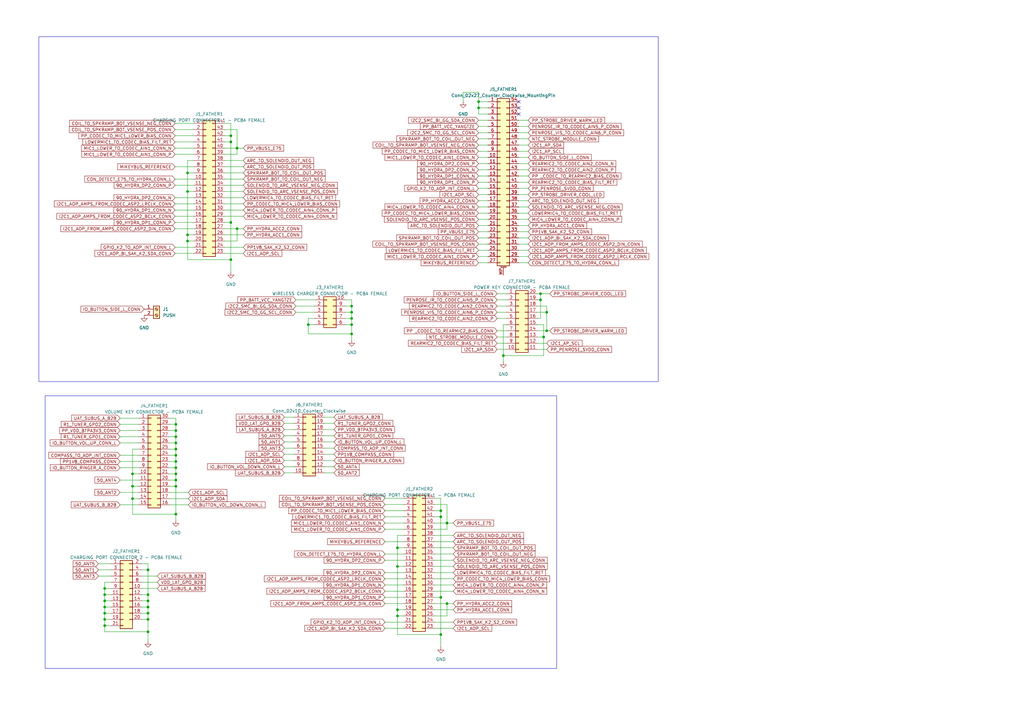
<source format=kicad_sch>
(kicad_sch (version 20230121) (generator eeschema)
  (paper "A3")
  (junction (at 206.4512 145.8468))
  (junction (at 76.9112 96.3168))
  (junction (at 163.0172 252.6284))
  (junction (at 54.356 199.4408))
  (junction (at 76.9112 78.5368))
  (junction (at 60.706 246.4308))
  (junction (at 72.136 176.5808))
  (junction (at 60.706 254.0508))
  (junction (at 72.136 210.8708))
  (junction (at 72.136 174.0408))
  (junction (at 72.136 194.3608))
  (junction (at 54.356 204.5208))
  (junction (at 221.6912 120.4468))
  (junction (at 126.4412 133.1468))
  (junction (at 144.2212 125.5268))
  (junction (at 54.356 194.3608))
  (junction (at 72.136 179.1208))
  (junction (at 72.136 186.7408))
  (junction (at 72.136 181.6608))
  (junction (at 42.926 241.3508))
  (junction (at 42.926 248.9708))
  (junction (at 60.706 233.7308))
  (junction (at 72.136 199.4408))
  (junction (at 60.706 259.1308))
  (junction (at 221.6912 122.9868))
  (junction (at 94.6912 58.2168))
  (junction (at 42.926 254.0508))
  (junction (at 60.706 243.8908))
  (junction (at 94.6912 106.4768))
  (junction (at 42.926 243.8908))
  (junction (at 42.926 246.4308))
  (junction (at 72.136 184.2008))
  (junction (at 72.136 189.2808))
  (junction (at 180.7972 209.4484))
  (junction (at 60.706 248.9708))
  (junction (at 163.0172 250.0884))
  (junction (at 144.2212 128.0668))
  (junction (at 76.9112 98.8568))
  (junction (at 222.9612 138.2268))
  (junction (at 163.0172 224.6884))
  (junction (at 97.2312 60.7568))
  (junction (at 163.0172 232.3084))
  (junction (at 183.3372 247.5484))
  (junction (at 196.2912 44.2468))
  (junction (at 60.706 251.5108))
  (junction (at 224.2312 135.6868))
  (junction (at 196.2912 41.7068))
  (junction (at 180.7972 245.0084))
  (junction (at 94.6912 55.6768))
  (junction (at 72.136 196.9008))
  (junction (at 144.2212 133.1468))
  (junction (at 97.2312 93.7768))
  (junction (at 180.7972 211.9884))
  (junction (at 183.3372 214.5284))
  (junction (at 72.136 191.8208))
  (junction (at 180.7972 260.2484))
  (junction (at 76.9112 70.9168))
  (junction (at 144.2212 136.9568))
  (junction (at 42.926 251.5108))
  (junction (at 144.2212 130.6068))
  (junction (at 94.6912 91.2368))
  (junction (at 42.926 256.5908))
  (junction (at 224.2312 128.0668))
  (no_connect (at 212.8012 41.7068))
  (no_connect (at 212.8012 44.2468))
  (no_connect (at 212.8012 46.7868))
  (wire (pts (xy 92.1512 75.9968) (xy 99.7712 75.9968)))
  (wire (pts (xy 92.1512 65.8368) (xy 99.7712 65.8368)))
  (wire (pts (xy 144.2212 130.6068) (xy 144.2212 133.1468)))
  (wire (pts (xy 216.6112 95.0468) (xy 212.8012 95.0468)))
  (wire (pts (xy 76.9112 70.9168) (xy 79.4512 70.9168)))
  (wire (pts (xy 92.1512 88.6968) (xy 99.7712 88.6968)))
  (wire (pts (xy 136.9568 193.9544) (xy 133.1468 193.9544)))
  (wire (pts (xy 133.1468 171.0944) (xy 136.9568 171.0944)))
  (wire (pts (xy 133.1468 178.7144) (xy 136.9568 178.7144)))
  (wire (pts (xy 92.1512 83.6168) (xy 99.7712 83.6168)))
  (wire (pts (xy 216.6112 56.9468) (xy 212.8012 56.9468)))
  (wire (pts (xy 207.7212 120.4468) (xy 203.9112 120.4468)))
  (wire (pts (xy 178.2572 211.9884) (xy 180.7972 211.9884)))
  (wire (pts (xy 71.8312 68.3768) (xy 79.4512 68.3768)))
  (wire (pts (xy 196.2912 92.5068) (xy 200.1012 92.5068)))
  (wire (pts (xy 69.596 196.9008) (xy 72.136 196.9008)))
  (wire (pts (xy 163.0172 219.6084) (xy 163.0172 224.6884)))
  (wire (pts (xy 196.2912 79.8068) (xy 200.1012 79.8068)))
  (wire (pts (xy 157.9372 211.9884) (xy 165.5572 211.9884)))
  (wire (pts (xy 116.6368 188.8744) (xy 120.4468 188.8744)))
  (wire (pts (xy 216.6112 89.9668) (xy 212.8012 89.9668)))
  (wire (pts (xy 207.7212 143.3068) (xy 203.9112 143.3068)))
  (wire (pts (xy 216.6112 100.1268) (xy 212.8012 100.1268)))
  (wire (pts (xy 42.926 251.5108) (xy 42.926 254.0508)))
  (wire (pts (xy 216.6112 84.8868) (xy 212.8012 84.8868)))
  (wire (pts (xy 216.6112 67.1068) (xy 212.8012 67.1068)))
  (wire (pts (xy 76.9112 78.5368) (xy 76.9112 96.3168)))
  (wire (pts (xy 200.1012 56.9468) (xy 196.2912 56.9468)))
  (wire (pts (xy 49.276 176.5808) (xy 56.896 176.5808)))
  (wire (pts (xy 40.386 231.1908) (xy 45.466 231.1908)))
  (wire (pts (xy 157.9372 206.9084) (xy 165.5572 206.9084)))
  (wire (pts (xy 40.386 233.7308) (xy 45.466 233.7308)))
  (wire (pts (xy 54.356 194.3608) (xy 56.896 194.3608)))
  (wire (pts (xy 69.596 174.0408) (xy 72.136 174.0408)))
  (wire (pts (xy 92.1512 96.3168) (xy 99.7712 96.3168)))
  (wire (pts (xy 71.8312 53.1368) (xy 79.4512 53.1368)))
  (wire (pts (xy 58.166 248.9708) (xy 60.706 248.9708)))
  (wire (pts (xy 157.9372 242.4684) (xy 165.5572 242.4684)))
  (wire (pts (xy 58.166 251.5108) (xy 60.706 251.5108)))
  (wire (pts (xy 71.8312 93.7768) (xy 79.4512 93.7768)))
  (wire (pts (xy 92.1512 55.6768) (xy 94.6912 55.6768)))
  (wire (pts (xy 69.596 189.2808) (xy 72.136 189.2808)))
  (wire (pts (xy 178.2572 237.3884) (xy 185.8772 237.3884)))
  (wire (pts (xy 196.2912 37.8968) (xy 189.9412 37.8968)))
  (wire (pts (xy 92.1512 63.2968) (xy 97.2312 63.2968)))
  (wire (pts (xy 76.9112 96.3168) (xy 79.4512 96.3168)))
  (wire (pts (xy 126.4412 133.1468) (xy 126.4412 136.9568)))
  (wire (pts (xy 206.4512 133.1468) (xy 206.4512 145.8468)))
  (wire (pts (xy 69.596 194.3608) (xy 72.136 194.3608)))
  (wire (pts (xy 157.9372 237.3884) (xy 165.5572 237.3884)))
  (wire (pts (xy 216.6112 92.5068) (xy 212.8012 92.5068)))
  (wire (pts (xy 71.8312 91.2368) (xy 79.4512 91.2368)))
  (wire (pts (xy 183.3372 252.6284) (xy 183.3372 247.5484)))
  (wire (pts (xy 196.2912 72.1868) (xy 200.1012 72.1868)))
  (wire (pts (xy 200.1012 67.1068) (xy 196.2912 67.1068)))
  (wire (pts (xy 165.5572 219.6084) (xy 163.0172 219.6084)))
  (wire (pts (xy 94.6912 106.4768) (xy 94.6912 111.5568)))
  (wire (pts (xy 116.6368 178.7144) (xy 120.4468 178.7144)))
  (wire (pts (xy 163.0172 252.6284) (xy 163.0172 260.2484)))
  (wire (pts (xy 178.2572 255.1684) (xy 185.8772 255.1684)))
  (wire (pts (xy 42.926 238.8108) (xy 45.466 238.8108)))
  (wire (pts (xy 178.2572 222.1484) (xy 185.8772 222.1484)))
  (wire (pts (xy 157.9372 239.9284) (xy 165.5572 239.9284)))
  (wire (pts (xy 178.2572 250.0884) (xy 185.8772 250.0884)))
  (wire (pts (xy 54.356 204.5208) (xy 54.356 210.8708)))
  (wire (pts (xy 180.7972 260.2484) (xy 180.7972 265.3284)))
  (wire (pts (xy 178.2572 206.9084) (xy 183.3372 206.9084)))
  (wire (pts (xy 69.596 199.4408) (xy 72.136 199.4408)))
  (wire (pts (xy 133.1468 173.6344) (xy 136.9568 173.6344)))
  (wire (pts (xy 60.706 254.0508) (xy 60.706 259.1308)))
  (wire (pts (xy 97.2312 60.7568) (xy 99.7712 60.7568)))
  (wire (pts (xy 200.1012 44.2468) (xy 196.2912 44.2468)))
  (wire (pts (xy 216.6112 69.6468) (xy 212.8012 69.6468)))
  (wire (pts (xy 116.6368 193.9544) (xy 120.4468 193.9544)))
  (wire (pts (xy 128.9812 122.9868) (xy 121.3612 122.9868)))
  (wire (pts (xy 92.1512 53.1368) (xy 97.2312 53.1368)))
  (wire (pts (xy 42.926 254.0508) (xy 45.466 254.0508)))
  (wire (pts (xy 92.1512 93.7768) (xy 97.2312 93.7768)))
  (wire (pts (xy 224.2312 140.7668) (xy 220.4212 140.7668)))
  (wire (pts (xy 71.8312 73.4568) (xy 79.4512 73.4568)))
  (wire (pts (xy 49.276 196.9008) (xy 56.896 196.9008)))
  (wire (pts (xy 69.596 204.5208) (xy 77.216 204.5208)))
  (wire (pts (xy 216.6112 107.7468) (xy 212.8012 107.7468)))
  (wire (pts (xy 54.356 210.8708) (xy 72.136 210.8708)))
  (wire (pts (xy 144.2212 139.4968) (xy 144.2212 136.9568)))
  (wire (pts (xy 144.2212 133.1468) (xy 144.2212 136.9568)))
  (wire (pts (xy 200.1012 51.8668) (xy 196.2912 51.8668)))
  (wire (pts (xy 222.9612 133.1468) (xy 222.9612 138.2268)))
  (wire (pts (xy 94.6912 55.6768) (xy 94.6912 58.2168)))
  (wire (pts (xy 42.926 248.9708) (xy 42.926 251.5108)))
  (wire (pts (xy 207.7212 135.6868) (xy 203.9112 135.6868)))
  (wire (pts (xy 71.8312 101.3968) (xy 79.4512 101.3968)))
  (wire (pts (xy 207.7212 122.9868) (xy 203.9112 122.9868)))
  (wire (pts (xy 71.8312 58.2168) (xy 79.4512 58.2168)))
  (wire (pts (xy 222.9612 138.2268) (xy 222.9612 145.8468)))
  (wire (pts (xy 216.6112 82.3468) (xy 212.8012 82.3468)))
  (wire (pts (xy 49.276 179.1208) (xy 56.896 179.1208)))
  (wire (pts (xy 69.596 186.7408) (xy 72.136 186.7408)))
  (wire (pts (xy 221.6912 120.4468) (xy 220.4212 120.4468)))
  (wire (pts (xy 72.136 176.5808) (xy 72.136 179.1208)))
  (wire (pts (xy 216.6112 79.8068) (xy 212.8012 79.8068)))
  (wire (pts (xy 180.7972 245.0084) (xy 180.7972 260.2484)))
  (wire (pts (xy 97.2312 93.7768) (xy 99.7712 93.7768)))
  (wire (pts (xy 222.9612 138.2268) (xy 220.4212 138.2268)))
  (wire (pts (xy 128.9812 133.1468) (xy 126.4412 133.1468)))
  (wire (pts (xy 92.1512 103.9368) (xy 99.7712 103.9368)))
  (wire (pts (xy 178.2572 209.4484) (xy 180.7972 209.4484)))
  (wire (pts (xy 196.2912 102.6668) (xy 200.1012 102.6668)))
  (wire (pts (xy 54.356 194.3608) (xy 54.356 199.4408)))
  (wire (pts (xy 42.926 254.0508) (xy 42.926 256.5908)))
  (wire (pts (xy 200.1012 59.4868) (xy 196.2912 59.4868)))
  (wire (pts (xy 216.6112 102.6668) (xy 212.8012 102.6668)))
  (wire (pts (xy 207.7212 140.7668) (xy 203.9112 140.7668)))
  (wire (pts (xy 224.2312 143.3068) (xy 220.4212 143.3068)))
  (wire (pts (xy 92.1512 91.2368) (xy 94.6912 91.2368)))
  (wire (pts (xy 222.9612 145.8468) (xy 206.4512 145.8468)))
  (wire (pts (xy 126.4412 136.9568) (xy 144.2212 136.9568)))
  (wire (pts (xy 58.166 233.7308) (xy 60.706 233.7308)))
  (wire (pts (xy 92.1512 73.4568) (xy 99.7712 73.4568)))
  (wire (pts (xy 178.2572 227.2284) (xy 185.8772 227.2284)))
  (wire (pts (xy 196.2912 95.0468) (xy 200.1012 95.0468)))
  (wire (pts (xy 157.9372 234.8484) (xy 165.5572 234.8484)))
  (wire (pts (xy 196.2912 100.1268) (xy 200.1012 100.1268)))
  (wire (pts (xy 178.2572 257.7084) (xy 185.8772 257.7084)))
  (wire (pts (xy 71.8312 75.9968) (xy 79.4512 75.9968)))
  (wire (pts (xy 216.6112 105.2068) (xy 212.8012 105.2068)))
  (wire (pts (xy 178.2572 232.3084) (xy 185.8772 232.3084)))
  (wire (pts (xy 196.2912 77.2668) (xy 200.1012 77.2668)))
  (wire (pts (xy 54.356 184.2008) (xy 54.356 194.3608)))
  (wire (pts (xy 71.8312 55.6768) (xy 79.4512 55.6768)))
  (wire (pts (xy 79.4512 65.8368) (xy 76.9112 65.8368)))
  (wire (pts (xy 216.6112 62.0268) (xy 212.8012 62.0268)))
  (wire (pts (xy 196.2912 44.2468) (xy 196.2912 41.7068)))
  (wire (pts (xy 216.6112 77.2668) (xy 212.8012 77.2668)))
  (wire (pts (xy 157.9372 247.5484) (xy 165.5572 247.5484)))
  (wire (pts (xy 56.896 184.2008) (xy 54.356 184.2008)))
  (wire (pts (xy 76.9112 98.8568) (xy 79.4512 98.8568)))
  (wire (pts (xy 40.386 236.2708) (xy 45.466 236.2708)))
  (wire (pts (xy 92.1512 70.9168) (xy 99.7712 70.9168)))
  (wire (pts (xy 163.0172 224.6884) (xy 163.0172 232.3084)))
  (wire (pts (xy 60.706 243.8908) (xy 60.706 246.4308)))
  (wire (pts (xy 225.5012 120.4468) (xy 221.6912 120.4468)))
  (wire (pts (xy 42.926 246.4308) (xy 42.926 248.9708)))
  (wire (pts (xy 116.6368 171.0944) (xy 120.4468 171.0944)))
  (wire (pts (xy 163.0172 232.3084) (xy 163.0172 250.0884)))
  (wire (pts (xy 141.6812 125.5268) (xy 144.2212 125.5268)))
  (wire (pts (xy 133.1468 176.1744) (xy 136.9568 176.1744)))
  (wire (pts (xy 196.2912 74.7268) (xy 200.1012 74.7268)))
  (wire (pts (xy 183.3372 247.5484) (xy 185.8772 247.5484)))
  (wire (pts (xy 69.596 184.2008) (xy 72.136 184.2008)))
  (wire (pts (xy 141.6812 130.6068) (xy 144.2212 130.6068)))
  (wire (pts (xy 49.276 191.8208) (xy 56.896 191.8208)))
  (wire (pts (xy 180.7972 209.4484) (xy 180.7972 211.9884)))
  (wire (pts (xy 60.706 248.9708) (xy 60.706 251.5108)))
  (wire (pts (xy 216.6112 87.4268) (xy 212.8012 87.4268)))
  (wire (pts (xy 72.136 174.0408) (xy 72.136 176.5808)))
  (wire (pts (xy 92.1512 50.5968) (xy 94.6912 50.5968)))
  (wire (pts (xy 60.706 251.5108) (xy 60.706 254.0508)))
  (wire (pts (xy 200.1012 64.5668) (xy 196.2912 64.5668)))
  (wire (pts (xy 178.2572 239.9284) (xy 185.8772 239.9284)))
  (wire (pts (xy 42.926 256.5908) (xy 42.926 259.1308)))
  (wire (pts (xy 58.166 236.2708) (xy 64.516 236.2708)))
  (wire (pts (xy 178.2572 252.6284) (xy 183.3372 252.6284)))
  (wire (pts (xy 92.1512 101.3968) (xy 99.7712 101.3968)))
  (wire (pts (xy 180.7972 204.3684) (xy 180.7972 209.4484)))
  (wire (pts (xy 76.9112 98.8568) (xy 76.9112 106.4768)))
  (wire (pts (xy 200.1012 46.7868) (xy 196.2912 46.7868)))
  (wire (pts (xy 144.2212 128.0668) (xy 144.2212 130.6068)))
  (wire (pts (xy 178.2572 214.5284) (xy 183.3372 214.5284)))
  (wire (pts (xy 207.7212 138.2268) (xy 203.9112 138.2268)))
  (wire (pts (xy 163.0172 250.0884) (xy 165.5572 250.0884)))
  (wire (pts (xy 92.1512 68.3768) (xy 99.7712 68.3768)))
  (wire (pts (xy 196.2912 46.7868) (xy 196.2912 44.2468)))
  (wire (pts (xy 157.9372 255.1684) (xy 165.5572 255.1684)))
  (wire (pts (xy 216.6112 54.4068) (xy 212.8012 54.4068)))
  (wire (pts (xy 180.7972 211.9884) (xy 180.7972 245.0084)))
  (wire (pts (xy 42.926 256.5908) (xy 45.466 256.5908)))
  (wire (pts (xy 206.4512 133.1468) (xy 207.7212 133.1468)))
  (wire (pts (xy 200.1012 62.0268) (xy 196.2912 62.0268)))
  (wire (pts (xy 216.6112 51.8668) (xy 212.8012 51.8668)))
  (wire (pts (xy 49.276 181.6608) (xy 56.896 181.6608)))
  (wire (pts (xy 69.596 201.9808) (xy 77.216 201.9808)))
  (wire (pts (xy 200.1012 54.4068) (xy 196.2912 54.4068)))
  (wire (pts (xy 183.3372 217.0684) (xy 183.3372 214.5284)))
  (wire (pts (xy 49.276 189.2808) (xy 56.896 189.2808)))
  (wire (pts (xy 42.926 243.8908) (xy 45.466 243.8908)))
  (wire (pts (xy 126.4412 130.6068) (xy 126.4412 133.1468)))
  (wire (pts (xy 71.8312 88.6968) (xy 79.4512 88.6968)))
  (wire (pts (xy 92.1512 86.1568) (xy 99.7712 86.1568)))
  (wire (pts (xy 116.6368 176.1744) (xy 120.4468 176.1744)))
  (wire (pts (xy 79.4512 78.5368) (xy 76.9112 78.5368)))
  (wire (pts (xy 157.9372 229.7684) (xy 165.5572 229.7684)))
  (wire (pts (xy 216.6112 97.5868) (xy 212.8012 97.5868)))
  (wire (pts (xy 76.9112 96.3168) (xy 76.9112 98.8568)))
  (wire (pts (xy 133.1468 181.2544) (xy 136.9568 181.2544)))
  (wire (pts (xy 94.6912 50.5968) (xy 94.6912 55.6768)))
  (wire (pts (xy 60.706 254.0508) (xy 58.166 254.0508)))
  (wire (pts (xy 49.276 171.5008) (xy 56.896 171.5008)))
  (wire (pts (xy 72.136 194.3608) (xy 72.136 196.9008)))
  (wire (pts (xy 224.2312 125.5268) (xy 220.4212 125.5268)))
  (wire (pts (xy 196.2912 89.9668) (xy 200.1012 89.9668)))
  (wire (pts (xy 72.136 196.9008) (xy 72.136 199.4408)))
  (wire (pts (xy 69.596 207.0608) (xy 77.216 207.0608)))
  (wire (pts (xy 92.1512 60.7568) (xy 97.2312 60.7568)))
  (wire (pts (xy 42.926 246.4308) (xy 45.466 246.4308)))
  (wire (pts (xy 221.6912 130.6068) (xy 221.6912 122.9868)))
  (wire (pts (xy 58.166 238.8108) (xy 64.516 238.8108)))
  (wire (pts (xy 163.0172 252.6284) (xy 165.5572 252.6284)))
  (wire (pts (xy 196.2912 105.2068) (xy 200.1012 105.2068)))
  (wire (pts (xy 178.2572 219.6084) (xy 185.8772 219.6084)))
  (wire (pts (xy 206.4512 145.8468) (xy 206.4512 148.3868)))
  (wire (pts (xy 178.2572 245.0084) (xy 180.7972 245.0084)))
  (wire (pts (xy 58.166 241.3508) (xy 64.516 241.3508)))
  (wire (pts (xy 60.706 246.4308) (xy 60.706 248.9708)))
  (wire (pts (xy 216.6112 49.3268) (xy 212.8012 49.3268)))
  (wire (pts (xy 92.1512 58.2168) (xy 94.6912 58.2168)))
  (wire (pts (xy 128.9812 128.0668) (xy 121.3612 128.0668)))
  (wire (pts (xy 72.136 213.4108) (xy 72.136 210.8708)))
  (wire (pts (xy 42.926 251.5108) (xy 45.466 251.5108)))
  (wire (pts (xy 216.6112 64.5668) (xy 212.8012 64.5668)))
  (wire (pts (xy 196.2912 69.6468) (xy 200.1012 69.6468)))
  (wire (pts (xy 69.596 179.1208) (xy 72.136 179.1208)))
  (wire (pts (xy 92.1512 81.0768) (xy 99.7712 81.0768)))
  (wire (pts (xy 71.8312 63.2968) (xy 79.4512 63.2968)))
  (wire (pts (xy 76.9112 106.4768) (xy 94.6912 106.4768)))
  (wire (pts (xy 128.9812 130.6068) (xy 126.4412 130.6068)))
  (wire (pts (xy 58.166 243.8908) (xy 60.706 243.8908)))
  (wire (pts (xy 157.9372 227.2284) (xy 165.5572 227.2284)))
  (wire (pts (xy 207.7212 125.5268) (xy 203.9112 125.5268)))
  (wire (pts (xy 71.8312 60.7568) (xy 79.4512 60.7568)))
  (wire (pts (xy 136.9568 191.4144) (xy 133.1468 191.4144)))
  (wire (pts (xy 183.3372 214.5284) (xy 185.8772 214.5284)))
  (wire (pts (xy 196.2912 87.4268) (xy 200.1012 87.4268)))
  (wire (pts (xy 42.926 243.8908) (xy 42.926 246.4308)))
  (wire (pts (xy 225.5012 135.6868) (xy 224.2312 135.6868)))
  (wire (pts (xy 116.6368 191.4144) (xy 120.4468 191.4144)))
  (wire (pts (xy 178.2572 224.6884) (xy 185.8772 224.6884)))
  (wire (pts (xy 224.2312 128.0668) (xy 224.2312 135.6868)))
  (wire (pts (xy 71.8312 83.6168) (xy 79.4512 83.6168)))
  (wire (pts (xy 42.926 259.1308) (xy 60.706 259.1308)))
  (wire (pts (xy 71.8312 86.1568) (xy 79.4512 86.1568)))
  (wire (pts (xy 128.9812 125.5268) (xy 121.3612 125.5268)))
  (wire (pts (xy 163.0172 250.0884) (xy 163.0172 252.6284)))
  (wire (pts (xy 60.706 233.7308) (xy 60.706 243.8908)))
  (wire (pts (xy 157.9372 245.0084) (xy 165.5572 245.0084)))
  (wire (pts (xy 178.2572 242.4684) (xy 185.8772 242.4684)))
  (wire (pts (xy 72.136 186.7408) (xy 72.136 189.2808)))
  (wire (pts (xy 71.8312 81.0768) (xy 79.4512 81.0768)))
  (wire (pts (xy 92.1512 98.8568) (xy 97.2312 98.8568)))
  (wire (pts (xy 69.596 176.5808) (xy 72.136 176.5808)))
  (wire (pts (xy 72.136 171.5008) (xy 72.136 174.0408)))
  (wire (pts (xy 196.2912 82.3468) (xy 200.1012 82.3468)))
  (wire (pts (xy 54.356 199.4408) (xy 54.356 204.5208)))
  (wire (pts (xy 94.6912 58.2168) (xy 94.6912 91.2368)))
  (wire (pts (xy 220.4212 130.6068) (xy 221.6912 130.6068)))
  (wire (pts (xy 178.2572 247.5484) (xy 183.3372 247.5484)))
  (wire (pts (xy 144.2212 125.5268) (xy 144.2212 128.0668)))
  (wire (pts (xy 116.6368 186.3344) (xy 120.4468 186.3344)))
  (wire (pts (xy 97.2312 98.8568) (xy 97.2312 93.7768)))
  (wire (pts (xy 72.136 179.1208) (xy 72.136 181.6608)))
  (wire (pts (xy 92.1512 78.5368) (xy 99.7712 78.5368)))
  (wire (pts (xy 157.9372 257.7084) (xy 165.5572 257.7084)))
  (wire (pts (xy 163.0172 260.2484) (xy 180.7972 260.2484)))
  (wire (pts (xy 224.2312 125.5268) (xy 224.2312 128.0668)))
  (wire (pts (xy 71.8312 103.9368) (xy 79.4512 103.9368)))
  (wire (pts (xy 200.1012 41.7068) (xy 196.2912 41.7068)))
  (wire (pts (xy 116.6368 183.7944) (xy 120.4468 183.7944)))
  (wire (pts (xy 76.9112 65.8368) (xy 76.9112 70.9168)))
  (wire (pts (xy 97.2312 53.1368) (xy 97.2312 60.7568)))
  (wire (pts (xy 157.9372 222.1484) (xy 165.5572 222.1484)))
  (wire (pts (xy 141.6812 133.1468) (xy 144.2212 133.1468)))
  (wire (pts (xy 196.2912 37.8968) (xy 196.2912 41.7068)))
  (wire (pts (xy 144.2212 122.9868) (xy 144.2212 125.5268)))
  (wire (pts (xy 133.1468 183.7944) (xy 136.9568 183.7944)))
  (wire (pts (xy 60.706 259.1308) (xy 60.706 262.9408)))
  (wire (pts (xy 54.356 204.5208) (xy 56.896 204.5208)))
  (wire (pts (xy 200.1012 49.3268) (xy 196.2912 49.3268)))
  (wire (pts (xy 224.2312 128.0668) (xy 220.4212 128.0668)))
  (wire (pts (xy 49.276 186.7408) (xy 56.896 186.7408)))
  (wire (pts (xy 94.6912 91.2368) (xy 94.6912 106.4768)))
  (wire (pts (xy 42.926 238.8108) (xy 42.926 241.3508)))
  (wire (pts (xy 42.926 248.9708) (xy 45.466 248.9708)))
  (wire (pts (xy 207.7212 130.6068) (xy 203.9112 130.6068)))
  (wire (pts (xy 76.9112 70.9168) (xy 76.9112 78.5368)))
  (wire (pts (xy 178.2572 217.0684) (xy 183.3372 217.0684)))
  (wire (pts (xy 216.6112 59.4868) (xy 212.8012 59.4868)))
  (wire (pts (xy 163.0172 224.6884) (xy 165.5572 224.6884)))
  (wire (pts (xy 189.9412 41.7068) (xy 189.9412 37.8968)))
  (wire (pts (xy 157.9372 209.4484) (xy 165.5572 209.4484)))
  (wire (pts (xy 72.136 191.8208) (xy 72.136 194.3608)))
  (wire (pts (xy 54.356 199.4408) (xy 56.896 199.4408)))
  (wire (pts (xy 71.8312 50.5968) (xy 79.4512 50.5968)))
  (wire (pts (xy 196.2912 84.8868) (xy 200.1012 84.8868)))
  (wire (pts (xy 178.2572 204.3684) (xy 180.7972 204.3684)))
  (wire (pts (xy 72.136 181.6608) (xy 72.136 184.2008)))
  (wire (pts (xy 216.6112 74.7268) (xy 212.8012 74.7268)))
  (wire (pts (xy 178.2572 229.7684) (xy 185.8772 229.7684)))
  (wire (pts (xy 136.9568 188.8744) (xy 133.1468 188.8744)))
  (wire (pts (xy 178.2572 234.8484) (xy 185.8772 234.8484)))
  (wire (pts (xy 49.276 174.0408) (xy 56.896 174.0408)))
  (wire (pts (xy 58.166 246.4308) (xy 60.706 246.4308)))
  (wire (pts (xy 133.1468 186.3344) (xy 136.9568 186.3344)))
  (wire (pts (xy 220.4212 122.9868) (xy 221.6912 122.9868)))
  (wire (pts (xy 72.136 171.5008) (xy 69.596 171.5008)))
  (wire (pts (xy 58.166 231.1908) (xy 60.706 231.1908)))
  (wire (pts (xy 216.6112 72.1868) (xy 212.8012 72.1868)))
  (wire (pts (xy 157.9372 204.3684) (xy 165.5572 204.3684)))
  (wire (pts (xy 207.7212 128.0668) (xy 203.9112 128.0668)))
  (wire (pts (xy 221.6912 122.9868) (xy 221.6912 120.4468)))
  (wire (pts (xy 157.9372 214.5284) (xy 165.5572 214.5284)))
  (wire (pts (xy 72.136 199.4408) (xy 72.136 210.8708)))
  (wire (pts (xy 97.2312 63.2968) (xy 97.2312 60.7568)))
  (wire (pts (xy 69.596 191.8208) (xy 72.136 191.8208)))
  (wire (pts (xy 72.136 184.2008) (xy 72.136 186.7408)))
  (wire (pts (xy 72.136 189.2808) (xy 72.136 191.8208)))
  (wire (pts (xy 49.276 201.9808) (xy 56.896 201.9808)))
  (wire (pts (xy 196.2912 97.5868) (xy 200.1012 97.5868)))
  (wire (pts (xy 196.2912 107.7468) (xy 200.1012 107.7468)))
  (wire (pts (xy 49.276 207.0608) (xy 56.896 207.0608)))
  (wire (pts (xy 69.596 181.6608) (xy 72.136 181.6608)))
  (wire (pts (xy 116.6368 181.2544) (xy 120.4468 181.2544)))
  (wire (pts (xy 141.6812 122.9868) (xy 144.2212 122.9868)))
  (wire (pts (xy 60.706 231.1908) (xy 60.706 233.7308)))
  (wire (pts (xy 141.6812 128.0668) (xy 144.2212 128.0668)))
  (wire (pts (xy 224.2312 135.6868) (xy 220.4212 135.6868)))
  (wire (pts (xy 116.6368 173.6344) (xy 120.4468 173.6344)))
  (wire (pts (xy 220.4212 133.1468) (xy 222.9612 133.1468)))
  (wire (pts (xy 157.9372 217.0684) (xy 165.5572 217.0684)))
  (wire (pts (xy 183.3372 206.9084) (xy 183.3372 214.5284)))
  (wire (pts (xy 42.926 241.3508) (xy 42.926 243.8908)))
  (wire (pts (xy 165.5572 232.3084) (xy 163.0172 232.3084)))
  (wire (pts (xy 42.926 241.3508) (xy 45.466 241.3508)))
  (rectangle (start 15.9512 15.0368) (end 269.9512 156.5148))
  (rectangle (start 18.4912 162.3568) (end 228.2952 274.1676))
  (global_label "UAT_SUBUS_A_B2B" (shape input) (at 49.276 171.5008 180) (property "Intersheetrefs" "${INTERSHEET_REFS}" (effects hide)))
  (global_label "COIL_TO_SPKRAMP_BOT_VSENSE_POS_CONN" (shape input) (at 196.2912 100.1268 180) (property "Intersheetrefs" "${INTERSHEET_REFS}" (effects hide)))
  (global_label "LAT_SUBUS_B_B2B" (shape input) (at 64.516 236.2708 0) (property "Intersheetrefs" "${INTERSHEET_REFS}" (effects hide)))
  (global_label "90_HYDRA_DP2_CONN_N" (shape input) (at 71.8312 81.0768 180) (property "Intersheetrefs" "${INTERSHEET_REFS}" (effects hide)))
  (global_label "90_HYDRA_DP1_CONN_P" (shape input) (at 71.8312 91.2368 180) (property "Intersheetrefs" "${INTERSHEET_REFS}" (effects hide)))
  (global_label "VDD_LAT_GPO_B2B" (shape input) (at 116.6368 173.6344 180) (property "Intersheetrefs" "${INTERSHEET_REFS}" (effects hide)))
  (global_label "ARC_TO_SOLENOID_OUT_POS" (shape input) (at 185.8772 222.1484 0) (property "Intersheetrefs" "${INTERSHEET_REFS}" (effects hide)))
  (global_label "I2C1_AOP_BI_SAK_K2_SDA_CONN" (shape input) (at 216.6112 97.5868 0) (property "Intersheetrefs" "${INTERSHEET_REFS}" (effects hide)))
  (global_label "MIC1_LOWER_TO_CODEC_AIN1_CONN_N" (shape input) (at 71.8312 60.7568 180) (property "Intersheetrefs" "${INTERSHEET_REFS}" (effects hide)))
  (global_label "R1_TUNER_GPO2_CONN" (shape input) (at 136.9568 173.6344 0) (property "Intersheetrefs" "${INTERSHEET_REFS}" (effects hide)))
  (global_label "REARMIC2_TO_CODEC_AIN2_CONN_P" (shape input) (at 216.6112 69.6468 0) (property "Intersheetrefs" "${INTERSHEET_REFS}" (effects hide)))
  (global_label "PP_HYDRA_ACC1_CONN" (shape input) (at 216.6112 92.5068 0) (property "Intersheetrefs" "${INTERSHEET_REFS}" (effects hide)))
  (global_label "90_HYDRA_DP1_CONN_N" (shape input) (at 157.9372 239.9284 180) (property "Intersheetrefs" "${INTERSHEET_REFS}" (effects hide)))
  (global_label "REARMIC2_TO_CODEC_BIAS_FILT_RET" (shape input) (at 203.9112 140.7668 180) (property "Intersheetrefs" "${INTERSHEET_REFS}" (effects hide)))
  (global_label "GPIO_K2_TO_AOP_INT_CONN_L" (shape input) (at 157.9372 255.1684 180) (property "Intersheetrefs" "${INTERSHEET_REFS}" (effects hide)))
  (global_label "SOLENOID_TO_ARC_VSENSE_NEG_CONN" (shape input) (at 99.7712 75.9968 0) (property "Intersheetrefs" "${INTERSHEET_REFS}" (effects hide)))
  (global_label "PENROSE_IR_TO_CODEC_AIN5_P_CONN" (shape input) (at 216.6112 51.8668 0) (property "Intersheetrefs" "${INTERSHEET_REFS}" (effects hide)))
  (global_label "I2C1_AOP_AMPS_FROM_CODEC_ASP2_LRCLK_CONN" (shape input) (at 157.9372 237.3884 180) (property "Intersheetrefs" "${INTERSHEET_REFS}" (effects hide)))
  (global_label "SPKRAMP_BOT_TO_COIL_OUT_POS" (shape input) (at 99.7712 70.9168 0) (property "Intersheetrefs" "${INTERSHEET_REFS}" (effects hide)))
  (global_label "PP_HYDRA_ACC2_CONN" (shape input) (at 185.8772 247.5484 0) (property "Intersheetrefs" "${INTERSHEET_REFS}" (effects hide)))
  (global_label "PP_VDD_BTPA3V3_CONN" (shape input) (at 136.9568 176.1744 0) (property "Intersheetrefs" "${INTERSHEET_REFS}" (effects hide)))
  (global_label "IO_BUTTON_SIDE_L_CONN" (shape input) (at 59.1312 126.7968 180) (property "Intersheetrefs" "${INTERSHEET_REFS}" (effects hide)))
  (global_label "50_ANT1" (shape input) (at 116.6368 181.2544 180) (property "Intersheetrefs" "${INTERSHEET_REFS}" (effects hide)))
  (global_label "PP_STROBE_DRIVER_COOL_LED" (shape input) (at 216.6112 79.8068 0) (property "Intersheetrefs" "${INTERSHEET_REFS}" (effects hide)))
  (global_label "COIL_TO_SPKRAMP_BOT_VSENSE_POS_CONN" (shape input) (at 157.9372 206.9084 180) (property "Intersheetrefs" "${INTERSHEET_REFS}" (effects hide)))
  (global_label "COMPASS_TO_AOP_INT_CONN" (shape input) (at 49.276 186.7408 180) (property "Intersheetrefs" "${INTERSHEET_REFS}" (effects hide)))
  (global_label "PP_CODEC_TO_MIC1_LOWER_BIAS_CONN" (shape input) (at 157.9372 209.4484 180) (property "Intersheetrefs" "${INTERSHEET_REFS}" (effects hide)))
  (global_label "IO_BUTTON_VOL_DOWN_CONN_L" (shape input) (at 77.216 207.0608 0) (property "Intersheetrefs" "${INTERSHEET_REFS}" (effects hide)))
  (global_label "IO_BUTTON_VOL_UP_CONN_L" (shape input) (at 136.9568 181.2544 0) (property "Intersheetrefs" "${INTERSHEET_REFS}" (effects hide)))
  (global_label "50_ANT4" (shape input) (at 49.276 196.9008 180) (property "Intersheetrefs" "${INTERSHEET_REFS}" (effects hide)))
  (global_label "90_HYDRA_DP1_CONN_P" (shape input) (at 157.9372 245.0084 180) (property "Intersheetrefs" "${INTERSHEET_REFS}" (effects hide)))
  (global_label "SOLENOID_TO_ARC_VSENSE_NEG_CONN" (shape input) (at 185.8772 229.7684 0) (property "Intersheetrefs" "${INTERSHEET_REFS}" (effects hide)))
  (global_label "I2C1_AP_SCL" (shape input) (at 216.6112 62.0268 0) (property "Intersheetrefs" "${INTERSHEET_REFS}" (effects hide)))
  (global_label "UAT_SUBUS_A_B2B" (shape input) (at 136.9568 171.0944 0) (property "Intersheetrefs" "${INTERSHEET_REFS}" (effects hide)))
  (global_label "PP1V8_COMPASS_CONN" (shape input) (at 136.9568 186.3344 0) (property "Intersheetrefs" "${INTERSHEET_REFS}" (effects hide)))
  (global_label "UAT_SUBUS_B_B2B" (shape input) (at 49.276 207.0608 180) (property "Intersheetrefs" "${INTERSHEET_REFS}" (effects hide)))
  (global_label "SOLENOID_TO_ARC_VSENSE_POS_CONN" (shape input) (at 196.2912 89.9668 180) (property "Intersheetrefs" "${INTERSHEET_REFS}" (effects hide)))
  (global_label "90_HYDRA_DP2_CONN_N" (shape input) (at 157.9372 234.8484 180) (property "Intersheetrefs" "${INTERSHEET_REFS}" (effects hide)))
  (global_label "ARC_TO_SOLENOID_OUT_POS" (shape input) (at 196.2912 92.5068 180) (property "Intersheetrefs" "${INTERSHEET_REFS}" (effects hide)))
  (global_label "I2C1_AP_SDA" (shape input) (at 203.9112 143.3068 180) (property "Intersheetrefs" "${INTERSHEET_REFS}" (effects hide)))
  (global_label "LAT_SUBUS_A_B2B" (shape input) (at 116.6368 176.1744 180) (property "Intersheetrefs" "${INTERSHEET_REFS}" (effects hide)))
  (global_label "PP_CODEC_TO_MIC1_LOWER_BIAS_CONN" (shape input) (at 196.2912 62.0268 180) (property "Intersheetrefs" "${INTERSHEET_REFS}" (effects hide)))
  (global_label "PENROSE_VIS_TO_CODEC_AIN6_P_CONN" (shape input) (at 203.9112 128.0668 180) (property "Intersheetrefs" "${INTERSHEET_REFS}" (effects hide)))
  (global_label "PP_CODEC_TO_MIC4_LOWER_BIAS_CONN" (shape input) (at 196.2912 87.4268 180) (property "Intersheetrefs" "${INTERSHEET_REFS}" (effects hide)))
  (global_label "SOLENOID_TO_ARC_VSENSE_NEG_CONN" (shape input) (at 216.6112 84.8868 0) (property "Intersheetrefs" "${INTERSHEET_REFS}" (effects hide)))
  (global_label "LAT_SUBUS_B_B2B" (shape input) (at 116.6368 171.0944 180) (property "Intersheetrefs" "${INTERSHEET_REFS}" (effects hide)))
  (global_label "COIL_TO_SPKRAMP_BOT_VSENSE_POS_CONN" (shape input) (at 71.8312 53.1368 180) (property "Intersheetrefs" "${INTERSHEET_REFS}" (effects hide)))
  (global_label "LOWERMIC1_TO_CODEC_BIAS_FILT_RET" (shape input) (at 196.2912 102.6668 180) (property "Intersheetrefs" "${INTERSHEET_REFS}" (effects hide)))
  (global_label "PP_HYDRA_ACC1_CONN" (shape input) (at 99.7712 96.3168 0) (property "Intersheetrefs" "${INTERSHEET_REFS}" (effects hide)))
  (global_label "MIC4_LOWER_TO_CODEC_AIN4_CONN_P" (shape input) (at 216.6112 89.9668 0) (property "Intersheetrefs" "${INTERSHEET_REFS}" (effects hide)))
  (global_label "PP_CODEC_TO_MIC1_LOWER_BIAS_CONN" (shape input) (at 71.8312 55.6768 180) (property "Intersheetrefs" "${INTERSHEET_REFS}" (effects hide)))
  (global_label "SPKRAMP_BOT_TO_COIL_OUT_POS" (shape input) (at 196.2912 97.5868 180) (property "Intersheetrefs" "${INTERSHEET_REFS}" (effects hide)))
  (global_label "VDD_LAT_GPO_B2B" (shape input) (at 64.516 238.8108 0) (property "Intersheetrefs" "${INTERSHEET_REFS}" (effects hide)))
  (global_label "PP_BATT_VCC_YANGTZE" (shape input) (at 196.2912 51.8668 180) (property "Intersheetrefs" "${INTERSHEET_REFS}" (effects hide)))
  (global_label "COIL_TO_SPKRAMP_BOT_VSENSE_NEG_CONN" (shape input) (at 196.2912 59.4868 180) (property "Intersheetrefs" "${INTERSHEET_REFS}" (effects hide)))
  (global_label "I2C2_SMC_TO_GG_SCL_CONN" (shape input) (at 121.3612 128.0668 180) (property "Intersheetrefs" "${INTERSHEET_REFS}" (effects hide)))
  (global_label "I2C1_AOP_SCL" (shape input) (at 196.2912 79.8068 180) (property "Intersheetrefs" "${INTERSHEET_REFS}" (effects hide)))
  (global_label "IO_BUTTON_RINGER_A_CONN" (shape input) (at 49.276 191.8208 180) (property "Intersheetrefs" "${INTERSHEET_REFS}" (effects hide)))
  (global_label "LOWERMIC4_TO_CODEC_BIAS_FILT_RET" (shape input) (at 99.7712 81.0768 0) (property "Intersheetrefs" "${INTERSHEET_REFS}" (effects hide)))
  (global_label "PP_PENROSE_SVDD_CONN" (shape input) (at 224.2312 143.3068 0) (property "Intersheetrefs" "${INTERSHEET_REFS}" (effects hide)))
  (global_label "PP_STROBE_DRIVER_COOL_LED" (shape input) (at 225.5012 120.4468 0) (property "Intersheetrefs" "${INTERSHEET_REFS}" (effects hide)))
  (global_label "PENROSE_VIS_TO_CODEC_AIN6_P_CONN" (shape input) (at 216.6112 54.4068 0) (property "Intersheetrefs" "${INTERSHEET_REFS}" (effects hide)))
  (global_label "MIKEYBUS_REFERENCE" (shape input) (at 71.8312 68.3768 180) (property "Intersheetrefs" "${INTERSHEET_REFS}" (effects hide)))
  (global_label "I2C1_AOP_BI_SAK_K2_SDA_CONN" (shape input) (at 71.8312 103.9368 180) (property "Intersheetrefs" "${INTERSHEET_REFS}" (effects hide)))
  (global_label "50_ANT1" (shape input) (at 40.386 233.7308 180) (property "Intersheetrefs" "${INTERSHEET_REFS}" (effects hide)))
  (global_label "PP_VBUS1_E75" (shape input) (at 99.7712 60.7568 0) (property "Intersheetrefs" "${INTERSHEET_REFS}" (effects hide)))
  (global_label "LAT_SUBUS_A_B2B" (shape input) (at 64.516 241.3508 0) (property "Intersheetrefs" "${INTERSHEET_REFS}" (effects hide)))
  (global_label "I2C2_SMC_BI_GG_SDA_CONN" (shape input) (at 196.2912 49.3268 180) (property "Intersheetrefs" "${INTERSHEET_REFS}" (effects hide)))
  (global_label "I2C1_AOP_AMPS_FROM_CODEC_ASP2_BCLK_CONN" (shape input) (at 71.8312 88.6968 180) (property "Intersheetrefs" "${INTERSHEET_REFS}" (effects hide)))
  (global_label "50_ANT2" (shape input) (at 49.276 201.9808 180) (property "Intersheetrefs" "${INTERSHEET_REFS}" (effects hide)))
  (global_label "50_ANT5" (shape input) (at 116.6368 178.7144 180) (property "Intersheetrefs" "${INTERSHEET_REFS}" (effects hide)))
  (global_label "MIC4_LOWER_TO_CODEC_AIN4_CONN_N" (shape input) (at 99.7712 88.6968 0) (property "Intersheetrefs" "${INTERSHEET_REFS}" (effects hide)))
  (global_label "I2C1_AOP_SCL" (shape input) (at 116.6368 186.3344 180) (property "Intersheetrefs" "${INTERSHEET_REFS}" (effects hide)))
  (global_label "I2C1_AOP_FROM_AMPS_CODEC_ASP2_DIN_CONN" (shape input) (at 157.9372 247.5484 180) (property "Intersheetrefs" "${INTERSHEET_REFS}" (effects hide)))
  (global_label "I2C1_AOP_SDA" (shape input) (at 77.216 204.5208 0) (property "Intersheetrefs" "${INTERSHEET_REFS}" (effects hide)))
  (global_label "I2C1_AOP_AMPS_FROM_CODEC_ASP2_BCLK_CONN" (shape input) (at 157.9372 242.4684 180) (property "Intersheetrefs" "${INTERSHEET_REFS}" (effects hide)))
  (global_label "REARMIC2_TO_CODEC_AIN2_CONN_P" (shape input) (at 203.9112 130.6068 180) (property "Intersheetrefs" "${INTERSHEET_REFS}" (effects hide)))
  (global_label "I2C1_AOP_FROM_AMPS_CODEC_ASP2_DIN_CONN" (shape input) (at 71.8312 93.7768 180) (property "Intersheetrefs" "${INTERSHEET_REFS}" (effects hide)))
  (global_label "REARMIC2_TO_CODEC_AIN2_CONN_N" (shape input) (at 203.9112 125.5268 180) (property "Intersheetrefs" "${INTERSHEET_REFS}" (effects hide)))
  (global_label "I2C2_SMC_BI_GG_SDA_CONN" (shape input) (at 121.3612 125.5268 180) (property "Intersheetrefs" "${INTERSHEET_REFS}" (effects hide)))
  (global_label "MIC1_LOWER_TO_CODEC_AIN1_CONN_P" (shape input) (at 157.9372 217.0684 180) (property "Intersheetrefs" "${INTERSHEET_REFS}" (effects hide)))
  (global_label "PP1V8_SAK_K2_S2_CONN" (shape input) (at 216.6112 95.0468 0) (property "Intersheetrefs" "${INTERSHEET_REFS}" (effects hide)))
  (global_label "PP_VDD_BTPA3V3_CONN" (shape input) (at 49.276 176.5808 180) (property "Intersheetrefs" "${INTERSHEET_REFS}" (effects hide)))
  (global_label "CON_DETECT_E75_TO_HYDRA_CONN_L" (shape input) (at 157.9372 227.2284 180) (property "Intersheetrefs" "${INTERSHEET_REFS}" (effects hide)))
  (global_label "PENROSE_IR_TO_CODEC_AIN5_P_CONN" (shape input) (at 203.9112 122.9868 180) (property "Intersheetrefs" "${INTERSHEET_REFS}" (effects hide)))
  (global_label "ARC_TO_SOLENOID_OUT_NEG" (shape input) (at 99.7712 65.8368 0) (property "Intersheetrefs" "${INTERSHEET_REFS}" (effects hide)))
  (global_label "MIC1_LOWER_TO_CODEC_AIN1_CONN_P" (shape input) (at 71.8312 63.2968 180) (property "Intersheetrefs" "${INTERSHEET_REFS}" (effects hide)))
  (global_label "ARC_TO_SOLENOID_OUT_NEG" (shape input) (at 216.6112 82.3468 0) (property "Intersheetrefs" "${INTERSHEET_REFS}" (effects hide)))
  (global_label "PP1V8_SAK_K2_S2_CONN" (shape input) (at 185.8772 255.1684 0) (property "Intersheetrefs" "${INTERSHEET_REFS}" (effects hide)))
  (global_label "PP_STROBE_DRIVER_WARM_LED" (shape input) (at 225.5012 135.6868 0) (property "Intersheetrefs" "${INTERSHEET_REFS}" (effects hide)))
  (global_label "SOLENOID_TO_ARC_VSENSE_POS_CONN" (shape input) (at 99.7712 78.5368 0) (property "Intersheetrefs" "${INTERSHEET_REFS}" (effects hide)))
  (global_label "MIC1_LOWER_TO_CODEC_AIN1_CONN_N" (shape input) (at 196.2912 64.5668 180) (property "Intersheetrefs" "${INTERSHEET_REFS}" (effects hide)))
  (global_label "50_ANT4" (shape input) (at 136.9568 191.4144 0) (property "Intersheetrefs" "${INTERSHEET_REFS}" (effects hide)))
  (global_label "I2C1_AOP_AMPS_FROM_CODEC_ASP2_BCLK_CONN" (shape input) (at 216.6112 102.6668 0) (property "Intersheetrefs" "${INTERSHEET_REFS}" (effects hide)))
  (global_label "SPKRAMP_BOT_TO_COIL_OUT_NEG" (shape input) (at 185.8772 227.2284 0) (property "Intersheetrefs" "${INTERSHEET_REFS}" (effects hide)))
  (global_label "MIKEYBUS_REFERENCE" (shape input) (at 196.2912 107.7468 180) (property "Intersheetrefs" "${INTERSHEET_REFS}" (effects hide)))
  (global_label "SPKRAMP_BOT_TO_COIL_OUT_POS" (shape input) (at 185.8772 224.6884 0) (property "Intersheetrefs" "${INTERSHEET_REFS}" (effects hide)))
  (global_label "IO_BUTTON_VOL_DOWN_CONN_L" (shape input) (at 116.6368 191.4144 180) (property "Intersheetrefs" "${INTERSHEET_REFS}" (effects hide)))
  (global_label "SPKRAMP_BOT_TO_COIL_OUT_NEG" (shape input) (at 196.2912 56.9468 180) (property "Intersheetrefs" "${INTERSHEET_REFS}" (effects hide)))
  (global_label "PP_VBUS1_E75" (shape input) (at 185.8772 214.5284 0) (property "Intersheetrefs" "${INTERSHEET_REFS}" (effects hide)))
  (global_label "SPKRAMP_BOT_TO_COIL_OUT_NEG" (shape input) (at 99.7712 73.4568 0) (property "Intersheetrefs" "${INTERSHEET_REFS}" (effects hide)))
  (global_label "PP_PENROSE_SVDD_CONN" (shape input) (at 216.6112 77.2668 0) (property "Intersheetrefs" "${INTERSHEET_REFS}" (effects hide)))
  (global_label "SOLENOID_TO_ARC_VSENSE_POS_CONN" (shape input) (at 185.8772 232.3084 0) (property "Intersheetrefs" "${INTERSHEET_REFS}" (effects hide)))
  (global_label "MIC4_LOWER_TO_CODEC_AIN4_CONN_P" (shape input) (at 185.8772 239.9284 0) (property "Intersheetrefs" "${INTERSHEET_REFS}" (effects hide)))
  (global_label "IO_BUTTON_SIDE_L_CONN" (shape input) (at 216.6112 64.5668 0) (property "Intersheetrefs" "${INTERSHEET_REFS}" (effects hide)))
  (global_label "LOWERMIC1_TO_CODEC_BIAS_FILT_RET" (shape input) (at 71.8312 58.2168 180) (property "Intersheetrefs" "${INTERSHEET_REFS}" (effects hide)))
  (global_label "PP_CODEC_TO_MIC4_LOWER_BIAS_CONN" (shape input) (at 185.8772 237.3884 0) (property "Intersheetrefs" "${INTERSHEET_REFS}" (effects hide)))
  (global_label "I2C1_AOP_AMPS_FROM_CODEC_ASP2_LRCLK_CONN" (shape input) (at 216.6112 105.2068 0) (property "Intersheetrefs" "${INTERSHEET_REFS}" (effects hide)))
  (global_label "PP _CODEC_TO_REARMIC2_BIAS_CONN" (shape input) (at 203.9112 135.6868 180) (property "Intersheetrefs" "${INTERSHEET_REFS}" (effects hide)))
  (global_label "I2C1_AOP_SCL" (shape input) (at 185.8772 257.7084 0) (property "Intersheetrefs" "${INTERSHEET_REFS}" (effects hide)))
  (global_label "R1_TUNER_GPO1_CONN" (shape input) (at 136.9568 178.7144 0) (property "Intersheetrefs" "${INTERSHEET_REFS}" (effects hide)))
  (global_label "R1_TUNER_GPO1_CONN" (shape input) (at 49.276 179.1208 180) (property "Intersheetrefs" "${INTERSHEET_REFS}" (effects hide)))
  (global_label "I2C2_SMC_TO_GG_SCL_CONN" (shape input) (at 196.2912 54.4068 180) (property "Intersheetrefs" "${INTERSHEET_REFS}" (effects hide)))
  (global_label "90_HYDRA_DP1_CONN_N" (shape input) (at 196.2912 72.1868 180) (property "Intersheetrefs" "${INTERSHEET_REFS}" (effects hide)))
  (global_label "ARC_TO_SOLENOID_OUT_POS" (shape input) (at 99.7712 68.3768 0) (property "Intersheetrefs" "${INTERSHEET_REFS}" (effects hide)))
  (global_label "MIKEYBUS_REFERENCE" (shape input) (at 157.9372 222.1484 180) (property "Intersheetrefs" "${INTERSHEET_REFS}" (effects hide)))
  (global_label "I2C1_AOP_AMPS_FROM_CODEC_ASP2_LRCLK_CONN" (shape input) (at 71.8312 83.6168 180) (property "Intersheetrefs" "${INTERSHEET_REFS}" (effects hide)))
  (global_label "LOWERMIC1_TO_CODEC_BIAS_FILT_RET" (shape input) (at 157.9372 211.9884 180) (property "Intersheetrefs" "${INTERSHEET_REFS}" (effects hide)))
  (global_label "PP _CODEC_TO_REARMIC2_BIAS_CONN" (shape input) (at 216.6112 72.1868 0) (property "Intersheetrefs" "${INTERSHEET_REFS}" (effects hide)))
  (global_label "MIC1_LOWER_TO_CODEC_AIN1_CONN_N" (shape input) (at 157.9372 214.5284 180) (property "Intersheetrefs" "${INTERSHEET_REFS}" (effects hide)))
  (global_label "PP_HYDRA_ACC2_CONN" (shape input) (at 196.2912 82.3468 180) (property "Intersheetrefs" "${INTERSHEET_REFS}" (effects hide)))
  (global_label "NTC_STROBE_MODULE_CONN" (shape input) (at 216.6112 56.9468 0) (property "Intersheetrefs" "${INTERSHEET_REFS}" (effects hide)))
  (global_label "50_ANT3" (shape input) (at 116.6368 183.7944 180) (property "Intersheetrefs" "${INTERSHEET_REFS}" (effects hide)))
  (global_label "UAT_SUBUS_B_B2B" (shape input) (at 116.6368 193.9544 180) (property "Intersheetrefs" "${INTERSHEET_REFS}" (effects hide)))
  (global_label "50_ANT5" (shape input) (at 40.386 231.1908 180) (property "Intersheetrefs" "${INTERSHEET_REFS}" (effects hide)))
  (global_label "PP1V8_SAK_K2_S2_CONN" (shape input) (at 99.7712 101.3968 0) (property "Intersheetrefs" "${INTERSHEET_REFS}" (effects hide)))
  (global_label "MIC4_LOWER_TO_CODEC_AIN4_CONN_N" (shape input) (at 196.2912 84.8868 180) (property "Intersheetrefs" "${INTERSHEET_REFS}" (effects hide)))
  (global_label "90_HYDRA_DP2_CONN_N" (shape input) (at 196.2912 69.6468 180) (property "Intersheetrefs" "${INTERSHEET_REFS}" (effects hide)))
  (global_label "CON_DETECT_E75_TO_HYDRA_CONN_L" (shape input) (at 71.8312 73.4568 180) (property "Intersheetrefs" "${INTERSHEET_REFS}" (effects hide)))
  (global_label "REARMIC2_TO_CODEC_AIN2_CONN_N" (shape input) (at 216.6112 67.1068 0) (property "Intersheetrefs" "${INTERSHEET_REFS}" (effects hide)))
  (global_label "I2C1_AOP_FROM_AMPS_CODEC_ASP2_DIN_CONN" (shape input) (at 216.6112 100.1268 0) (property "Intersheetrefs" "${INTERSHEET_REFS}" (effects hide)))
  (global_label "COIL_TO_SPKRAMP_BOT_VSENSE_NEG_CONN" (shape input) (at 71.8312 50.5968 180) (property "Intersheetrefs" "${INTERSHEET_REFS}" (effects hide)))
  (global_label "GPIO_K2_TO_AOP_INT_CONN_L" (shape input) (at 196.2912 77.2668 180) (property "Intersheetrefs" "${INTERSHEET_REFS}" (effects hide)))
  (global_label "CON_DETECT_E75_TO_HYDRA_CONN_L" (shape input) (at 216.6112 107.7468 0) (property "Intersheetrefs" "${INTERSHEET_REFS}" (effects hide)))
  (global_label "IO_BUTTON_RINGER_A_CONN" (shape input) (at 136.9568 188.8744 0) (property "Intersheetrefs" "${INTERSHEET_REFS}" (effects hide)))
  (global_label "50_ANT3" (shape input) (at 40.386 236.2708 180) (property "Intersheetrefs" "${INTERSHEET_REFS}" (effects hide)))
  (global_label "COMPASS_TO_AOP_INT_CONN" (shape input) (at 136.9568 183.7944 0) (property "Intersheetrefs" "${INTERSHEET_REFS}" (effects hide)))
  (global_label "IO_BUTTON_SIDE_L_CONN" (shape input) (at 203.9112 120.4468 180) (property "Intersheetrefs" "${INTERSHEET_REFS}" (effects hide)))
  (global_label "ARC_TO_SOLENOID_OUT_NEG" (shape input) (at 185.8772 219.6084 0) (property "Intersheetrefs" "${INTERSHEET_REFS}" (effects hide)))
  (global_label "90_HYDRA_DP1_CONN_N" (shape input) (at 71.8312 86.1568 180) (property "Intersheetrefs" "${INTERSHEET_REFS}" (effects hide)))
  (global_label "LOWERMIC4_TO_CODEC_BIAS_FILT_RET" (shape input) (at 216.6112 87.4268 0) (property "Intersheetrefs" "${INTERSHEET_REFS}" (effects hide)))
  (global_label "I2C1_AP_SCL" (shape input) (at 224.2312 140.7668 0) (property "Intersheetrefs" "${INTERSHEET_REFS}" (effects hide)))
  (global_label "PP_BATT_VCC_YANGTZE" (shape input) (at 121.3612 122.9868 180) (property "Intersheetrefs" "${INTERSHEET_REFS}" (effects hide)))
  (global_label "IO_BUTTON_VOL_UP_CONN_L" (shape input) (at 49.276 181.6608 180) (property "Intersheetrefs" "${INTERSHEET_REFS}" (effects hide)))
  (global_label "LOWERMIC4_TO_CODEC_BIAS_FILT_RET" (shape input) (at 185.8772 234.8484 0) (property "Intersheetrefs" "${INTERSHEET_REFS}" (effects hide)))
  (global_label "90_HYDRA_DP2_CONN_P" (shape input) (at 157.9372 229.7684 180) (property "Intersheetrefs" "${INTERSHEET_REFS}" (effects hide)))
  (global_label "90_HYDRA_DP2_CONN_P" (shape input) (at 71.8312 75.9968 180) (property "Intersheetrefs" "${INTERSHEET_REFS}" (effects hide)))
  (global_label "MIC4_LOWER_TO_CODEC_AIN4_CONN_N" (shape input) (at 185.8772 242.4684 0) (property "Intersheetrefs" "${INTERSHEET_REFS}" (effects hide)))
  (global_label "GPIO_K2_TO_AOP_INT_CONN_L" (shape input) (at 71.8312 101.3968 180) (property "Intersheetrefs" "${INTERSHEET_REFS}" (effects hide)))
  (global_label "90_HYDRA_DP1_CONN_P" (shape input) (at 196.2912 74.7268 180) (property "Intersheetrefs" "${INTERSHEET_REFS}" (effects hide)))
  (global_label "50_ANT2" (shape input) (at 136.9568 193.9544 0) (property "Intersheetrefs" "${INTERSHEET_REFS}" (effects hide)))
  (global_label "REARMIC2_TO_CODEC_BIAS_FILT_RET" (shape input) (at 216.6112 74.7268 0) (property "Intersheetrefs" "${INTERSHEET_REFS}" (effects hide)))
  (global_label "I2C1_AOP_SCL" (shape input) (at 77.216 201.9808 0) (property "Intersheetrefs" "${INTERSHEET_REFS}" (effects hide)))
  (global_label "PP_VBUS1_E75" (shape input) (at 196.2912 95.0468 180) (property "Intersheetrefs" "${INTERSHEET_REFS}" (effects hide)))
  (global_label "PP_STROBE_DRIVER_WARM_LED" (shape input) (at 216.6112 49.3268 0) (property "Intersheetrefs" "${INTERSHEET_REFS}" (effects hide)))
  (global_label "I2C1_AOP_BI_SAK_K2_SDA_CONN" (shape input) (at 157.9372 257.7084 180) (property "Intersheetrefs" "${INTERSHEET_REFS}" (effects hide)))
  (global_label "PP1V8_COMPASS_CONN" (shape input) (at 49.276 189.2808 180) (property "Intersheetrefs" "${INTERSHEET_REFS}" (effects hide)))
  (global_label "I2C1_AOP_SDA" (shape input) (at 116.6368 188.8744 180) (property "Intersheetrefs" "${INTERSHEET_REFS}" (effects hide)))
  (global_label "PP_CODEC_TO_MIC4_LOWER_BIAS_CONN" (shape input) (at 99.7712 83.6168 0) (property "Intersheetrefs" "${INTERSHEET_REFS}" (effects hide)))
  (global_label "I2C1_AOP_SCL" (shape input) (at 99.7712 103.9368 0) (property "Intersheetrefs" "${INTERSHEET_REFS}" (effects hide)))
  (global_label "I2C1_AP_SDA" (shape input) (at 216.6112 59.4868 0) (property "Intersheetrefs" "${INTERSHEET_REFS}" (effects hide)))
  (global_label "R1_TUNER_GPO2_CONN" (shape input) (at 49.276 174.0408 180) (property "Intersheetrefs" "${INTERSHEET_REFS}" (effects hide)))
  (global_label "PP_HYDRA_ACC2_CONN" (shape input) (at 99.7712 93.7768 0) (property "Intersheetrefs" "${INTERSHEET_REFS}" (effects hide)))
  (global_label "PP_HYDRA_ACC1_CONN" (shape input) (at 185.8772 250.0884 0) (property "Intersheetrefs" "${INTERSHEET_REFS}" (effects hide)))
  (global_label "90_HYDRA_DP2_CONN_P" (shape input) (at 196.2912 67.1068 180) (property "Intersheetrefs" "${INTERSHEET_REFS}" (effects hide)))
  (global_label "COIL_TO_SPKRAMP_BOT_VSENSE_NEG_CONN" (shape input) (at 157.9372 204.3684 180) (property "Intersheetrefs" "${INTERSHEET_REFS}" (effects hide)))
  (global_label "MIC4_LOWER_TO_CODEC_AIN4_CONN_P" (shape input) (at 99.7712 86.1568 0) (property "Intersheetrefs" "${INTERSHEET_REFS}" (effects hide)))
  (global_label "NTC_STROBE_MODULE_CONN" (shape input) (at 203.9112 138.2268 180) (property "Intersheetrefs" "${INTERSHEET_REFS}" (effects hide)))
  (global_label "MIC1_LOWER_TO_CODEC_AIN1_CONN_P" (shape input) (at 196.2912 105.2068 180) (property "Intersheetrefs" "${INTERSHEET_REFS}" (effects hide)))
  (symbol (lib_id "Connector:Screw_Terminal_01x02") (at 64.2112 126.7968 0) (unit 1)
    (property "Reference" "J1" (at 66.7512 126.7968 0) (effects (justify left)))
    (property "Value" "PUSH" (at 66.7512 129.3368 0) (effects (justify left)))
    (property "Footprint" "Connector_PinHeader_2.54mm:PinHeader_1x02_P2.54mm_Horizontal" (effects hide))
  )
  (symbol (lib_id "Connector_Generic:Conn_02x15_Counter_Clockwise") (at 61.976 189.2808 0) (unit 1)
    (property "Reference" "J4_FATHER1" (at 63.246 166.4208 0))
    (property "Value" "VOLUME KEY CONNECTOR - PCBA FEMALE" (at 63.246 168.9608 0))
    (property "Footprint" "IP11 Footprints KICAD:IP11_J-UAT-K_1_PCBA_VOLUME_KEY_CONNECTOR" (effects hide))
  )
  (symbol (lib_id "Connector_Generic:Conn_02x22_Counter_Clockwise") (at 170.6372 229.7684 0) (unit 1)
    (property "Reference" "J1_FATHER2" (at 171.9072 200.5584 0))
    (property "Value" "CHARGING PORT CONNECTOR 1 - PCBA FEMALE" (at 171.9072 203.0984 0))
    (property "Footprint" "IP11 Footprints KICAD:IP11_J8200_13_PCBA_CHARGING_CONNECTOR_1" (effects hide))
  )
  (symbol (lib_id "power:GND") (at 59.1312 129.3368 0) (mirror y) (unit 1)
    (property "Reference" "#PWR013" (effects hide))
    (property "Value" "GND" (at 59.1312 134.4168 0))
  )
  (symbol (lib_id "Connector_Generic:Conn_02x22_Counter_Clockwise") (at 84.5312 75.9968 0) (unit 1)
    (property "Reference" "J1_FATHER1" (at 85.8012 46.7868 0))
    (property "Value" "CHARGING PORT CONNECTOR 1 - PCBA FEMALE" (at 85.8012 49.3268 0))
    (property "Footprint" "IP11 Footprints KICAD:IP11_J8200_13_PCBA_CHARGING_CONNECTOR_1" (effects hide))
  )
  (symbol (lib_id "power:GND") (at 94.6912 111.5568 0) (mirror y) (unit 1)
    (property "Reference" "#PWR01" (effects hide))
    (property "Value" "GND" (at 94.6912 116.6368 0))
  )
  (symbol (lib_id "power:GND") (at 180.7972 265.3284 0) (mirror y) (unit 1)
    (property "Reference" "#PWR014" (effects hide))
    (property "Value" "GND" (at 180.7972 270.4084 0))
  )
  (symbol (lib_id "Connector_Generic:Conn_02x05_Counter_Clockwise") (at 134.0612 128.0668 0) (unit 1)
    (property "Reference" "J3_FATHER1" (at 135.3312 117.9068 0))
    (property "Value" "WIRELESS CHARGER CONNECTOR - PCBA FEMALE" (at 135.3312 120.4468 0))
    (property "Footprint" "IP11 Footprints KICAD:IP11_J7100_7_PCBA_WIRELESS_CHARGER_CONNECTOR" (effects hide))
  )
  (symbol (lib_id "power:GND") (at 206.4512 148.3868 0) (mirror y) (unit 1)
    (property "Reference" "#PWR06" (effects hide))
    (property "Value" "GND" (at 206.4512 153.4668 0))
  )
  (symbol (lib_id "power:GND") (at 189.9412 41.7068 0) (mirror y) (unit 1)
    (property "Reference" "#PWR05" (effects hide))
    (property "Value" "GND" (at 189.9412 46.7868 0))
  )
  (symbol (lib_id "power:GND") (at 72.136 213.4108 0) (mirror y) (unit 1)
    (property "Reference" "#PWR03" (effects hide))
    (property "Value" "GND" (at 72.136 218.4908 0))
  )
  (symbol (lib_id "Connector_Generic:Conn_2Rows-21Pins") (at 50.546 243.8908 0) (unit 1)
    (property "Reference" "J2_FATHER1" (at 51.816 226.1108 0))
    (property "Value" "CHARGING PORT CONNECTOR 2 - PCBA FEMALE" (at 51.816 228.6508 0))
    (property "Footprint" "IP11 Footprints KICAD:IP11_J-LAT-K_14_PCBA_CHARGING_CONNECTOR_2" (effects hide))
  )
  (symbol (lib_id "Connector_Generic_MountingPin:Conn_02x27_Counter_Clockwise_MountingPin") (at 205.1812 74.7268 0) (unit 1)
    (property "Reference" "J5_FATHER1" (at 206.4512 36.6268 0))
    (property "Value" "Conn_02x27_Counter_Clockwise_MountingPin" (at 206.4512 39.1668 0))
    (property "Footprint" "IP11 Footprints KICAD:ZIF 54pin" (effects hide))
  )
  (symbol (lib_id "power:GND") (at 60.706 262.9408 0) (unit 1)
    (property "Reference" "#PWR02" (effects hide))
    (property "Value" "GND" (at 60.706 268.0208 0))
  )
  (symbol (lib_id "Connector_Generic:Conn_02x10_Counter_Clockwise") (at 212.8012 130.6068 0) (unit 1)
    (property "Reference" "J7_FATHER1" (at 214.0712 115.3668 0))
    (property "Value" "POWER KEY CONNECTOR - PCBA FEMALE" (at 214.0712 117.9068 0))
    (property "Footprint" "IP11 Footprints KICAD:IP11_J7700_9_PCBA_POWER_KEY_FLEX_CONNECTOR" (effects hide))
  )
  (symbol (lib_id "power:GND") (at 144.2212 139.4968 0) (mirror y) (unit 1)
    (property "Reference" "#PWR04" (effects hide))
    (property "Value" "GND" (at 144.2212 144.5768 0))
  )
  (symbol (lib_id "Connector_Generic:Conn_02x10_Counter_Clockwise") (at 125.5268 181.2544 0) (unit 1)
    (property "Reference" "J6_FATHER1" (at 126.7968 166.0144 0))
    (property "Value" "Conn_02x10_Counter_Clockwise" (at 126.7968 168.5544 0))
    (property "Footprint" "IP11 Footprints KICAD:ZIF 20pin" (effects hide))
  )
)
</source>
